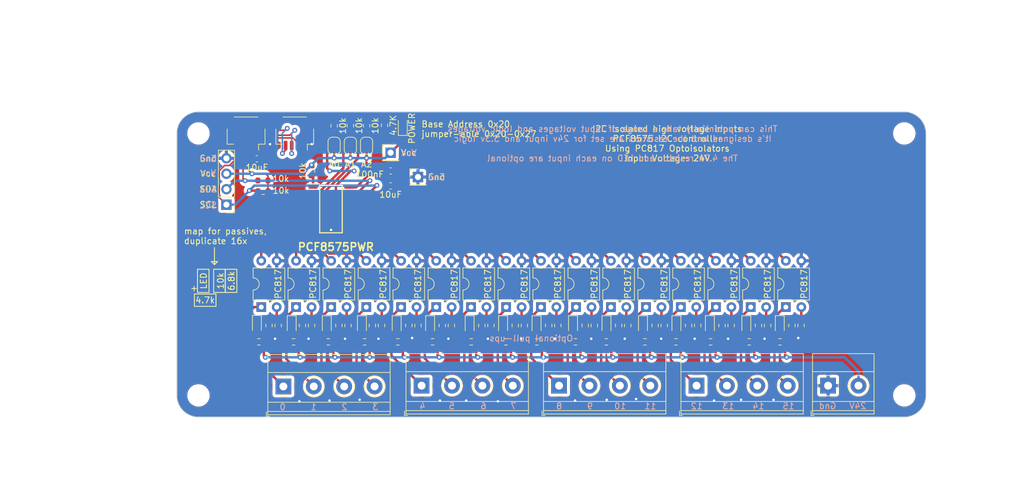
<source format=kicad_pcb>
(kicad_pcb (version 20221018) (generator pcbnew)
  (layers (0 "F.Cu" signal) (31 "B.Cu" signal) (34 "B.Paste" user) (35 "F.Paste" user) (36 "B.SilkS" user "B.Silkscreen") (37 "F.SilkS" user "F.Silkscreen") (38 "B.Mask" user) (39 "F.Mask" user) (44 "Edge.Cuts" user))
  (net 0 "")
  (net 1 "Net-(D1-K)")
  (net 2 "GND")
  (net 3 "Net-(D2-K)")
  (net 4 "/Single Channel opto-isolator circuit/Input")
  (net 5 "Net-(D3-K)")
  (net 6 "/Single Channel opto-isolator circuit1/Input")
  (net 7 "Net-(D4-K)")
  (net 8 "/Single Channel opto-isolator circuit2/Input")
  (net 9 "Net-(D5-K)")
  (net 10 "/Single Channel opto-isolator circuit3/Input")
  (net 11 "Net-(D6-K)")
  (net 12 "/Single Channel opto-isolator circuit4/Input")
  (net 13 "Net-(D7-K)")
  (net 14 "/Single Channel opto-isolator circuit5/Input")
  (net 15 "Net-(D8-K)")
  (net 16 "/Single Channel opto-isolator circuit6/Input")
  (net 17 "Net-(D9-K)")
  (net 18 "VCC")
  (net 19 "/Single Channel opto-isolator circuit7/Input")
  (net 20 "/scl")
  (net 21 "/sda")
  (net 22 "Net-(D10-K)")
  (net 23 "/Single Channel opto-isolator circuit12/Input")
  (net 24 "Net-(D11-K)")
  (net 25 "/Single Channel opto-isolator circuit8/Input")
  (net 26 "Net-(D12-K)")
  (net 27 "/Single Channel opto-isolator circuit9/Input")
  (net 28 "Net-(D13-K)")
  (net 29 "/Single Channel opto-isolator circuit10/Input")
  (net 30 "Net-(D14-K)")
  (net 31 "/Single Channel opto-isolator circuit11/Input")
  (net 32 "Net-(D15-K)")
  (net 33 "/Single Channel opto-isolator circuit13/Input")
  (net 34 "Net-(D16-K)")
  (net 35 "/Single Channel opto-isolator circuit14/Input")
  (net 36 "Net-(D17-K)")
  (net 37 "/Single Channel opto-isolator circuit15/Input")
  (net 38 "Net-(IC1-~{INT})")
  (net 39 "A1")
  (net 40 "A2")
  (net 41 "input0")
  (net 42 "input1")
  (net 43 "input2")
  (net 44 "Net-(R9-Pad1)")
  (net 45 "input3")
  (net 46 "input4")
  (net 47 "input5")
  (net 48 "Net-(R11-Pad1)")
  (net 49 "input6")
  (net 50 "input7")
  (net 51 "input8")
  (net 52 "Net-(R13-Pad1)")
  (net 53 "input9")
  (net 54 "input10")
  (net 55 "input11")
  (net 56 "Net-(R15-Pad1)")
  (net 57 "input12")
  (net 58 "input13")
  (net 59 "input14")
  (net 60 "Net-(R39-Pad1)")
  (net 61 "input15")
  (net 62 "A0")
  (net 63 "Net-(R17-Pad1)")
  (net 64 "Net-(R19-Pad1)")
  (net 65 "Net-(R21-Pad1)")
  (net 66 "Net-(R23-Pad1)")
  (net 67 "Net-(R25-Pad1)")
  (net 68 "Net-(R27-Pad1)")
  (net 69 "Net-(R29-Pad1)")
  (net 70 "Net-(R31-Pad1)")
  (net 71 "Net-(R33-Pad1)")
  (net 72 "Net-(R35-Pad1)")
  (net 73 "Net-(R37-Pad1)")
  (net 74 "+24V")
  (footprint "Resistor_SMD:R_0603_1608Metric" (layer "F.Cu") (at 119 115.42 -90)
    (fp_text reference "R15" hide)
    (fp_text value "6.8k" hide)
  )
  (footprint "Resistor_SMD:R_0603_1608Metric" (layer "F.Cu") (at 159.5 115.42 -90)
    (fp_text reference "R29" hide)
    (fp_text value "6.8k" hide)
  )
  (footprint "TerminalBlock_Phoenix:TerminalBlock_Phoenix_MKDS-1,5-4_1x04_P5.00mm_Horizontal" (layer "F.Cu") (at 153.703 125.313)
    (fp_text reference "J3" hide)
    (fp_text value "Conn_01x04" hide)
  )
  (footprint "Resistor_SMD:R_0603_1608Metric" (layer "F.Cu") (at 127.19 118.11 180)
    (fp_text reference "R40" hide)
    (fp_text value "4.7k" hide)
  )
  (footprint "Package_DIP:DIP-4_W7.62mm" (layer "F.Cu") (at 162.225 112.395 90)
    (fp_text reference "U12" hide)
    (fp_text value "PC817")
  )
  (footprint "LED_SMD:LED_0603_1608Metric_Pad1.05x0.95mm_HandSolder" (layer "F.Cu") (at 121.275 115.47 -90)
    (fp_text reference "D6" hide)
    (fp_text value "LED" hide)
  )
  (footprint "Resistor_SMD:R_0603_1608Metric" (layer "F.Cu") (at 106 115.42 -90)
    (fp_text reference "R10" hide)
    (fp_text value "10k")
  )
  (footprint "Resistor_SMD:R_0603_1608Metric" (layer "F.Cu") (at 107.5 115.42 -90)
    (fp_text reference "R11" hide)
    (fp_text value "6.8k")
  )
  (footprint "Resistor_SMD:R_0603_1608Metric" (layer "F.Cu") (at 130.5 115.42 -90)
    (fp_text reference "R9" hide)
    (fp_text value "6.8k" hide)
  )
  (footprint "Resistor_SMD:R_0603_1608Metric" (layer "F.Cu") (at 153.5 115.42 -90)
    (fp_text reference "R27" hide)
    (fp_text value "6.8k" hide)
  )
  (footprint "Resistor_SMD:R_0603_1608Metric" (layer "F.Cu") (at 178.625 118.11 180)
    (fp_text reference "R53" hide)
    (fp_text value "4.7k" hide)
  )
  (footprint "Resistor_SMD:R_0603_1608Metric" (layer "F.Cu") (at 142.5 115.42 -90)
    (fp_text reference "R21" hide)
    (fp_text value "6.8k" hide)
  )
  (footprint "Resistor_SMD:R_0603_1608Metric" (layer "F.Cu") (at 125 82.5 90)
    (fp_text reference "R1" hide)
    (fp_text value "4.7K")
  )
  (footprint "Package_DIP:DIP-4_W7.62mm" (layer "F.Cu") (at 133.5 112.395 90)
    (fp_text reference "U6" hide)
    (fp_text value "PC817")
  )
  (footprint "Resistor_SMD:R_0603_1608Metric" (layer "F.Cu") (at 141 115.42 -90)
    (fp_text reference "R20" hide)
    (fp_text value "10k" hide)
  )
  (footprint "Resistor_SMD:R_0603_1608Metric" (layer "F.Cu") (at 163.5 115.42 -90)
    (fp_text reference "R30" hide)
    (fp_text value "10k" hide)
  )
  (footprint "Capacitor_SMD:C_0603_1608Metric" (layer "F.Cu") (at 104 88)
    (fp_text reference "C3" hide)
    (fp_text value "10uF")
  )
  (footprint "Resistor_SMD:R_0603_1608Metric" (layer "F.Cu") (at 111.5 115.42 -90)
    (fp_text reference "R12" hide)
    (fp_text value "10k" hide)
  )
  (footprint "Resistor_SMD:R_0603_1608Metric" (layer "F.Cu") (at 116.713 82.58 90)
    (fp_text reference "R2" hide)
    (fp_text value "10k")
  )
  (footprint "Resistor_SMD:R_0603_1608Metric" (layer "F.Cu") (at 167.83 118.11 180)
    (fp_text reference "R52" hide)
    (fp_text value "4.7k" hide)
  )
  (footprint "Resistor_SMD:R_0603_1608Metric" (layer "F.Cu") (at 104.33 118.11 180)
    (fp_text reference "R41" hide)
    (fp_text value "4.7k")
  )
  (footprint "Resistor_SMD:R_0603_1608Metric" (layer "F.Cu") (at 193.5 115.42 -90)
    (fp_text reference "R39" hide)
    (fp_text value "6.8k" hide)
  )
  (footprint "Resistor_SMD:R_0603_1608Metric" (layer "F.Cu") (at 144.97 118.11 180)
    (fp_text reference "R47" hide)
    (fp_text value "4.7k" hide)
  )
  (footprint "Resistor_SMD:R_0603_1608Metric" (layer "F.Cu") (at 158 115.42 -90)
    (fp_text reference "R28" hide)
    (fp_text value "10k" hide)
  )
  (footprint "Jumper:SolderJumper-2_P1.3mm_Open_RoundedPad1.0x1.5mm" (layer "F.Cu") (at 122.047 85.852 90)
    (fp_text reference "JP3" hide)
    (fp_text value "Jumper_2_Open" hide)
  )
  (footprint "Resistor_SMD:R_0603_1608Metric" (layer "F.Cu") (at 192 115.42 -90)
    (fp_text reference "R38" hide)
    (fp_text value "10k" hide)
  )
  (footprint "Package_DIP:DIP-4_W7.62mm" (layer "F.Cu") (at 191 112.395 90)
    (fp_text reference "U16" hide)
    (fp_text value "PC817")
  )
  (footprint "Resistor_SMD:R_0603_1608Metric" (layer "F.Cu") (at 105 91.567 180)
    (fp_text reference "R7" hide)
    (fp_text value "10k")
  )
  (footprint "LED_SMD:LED_0603_1608Metric_Pad1.05x0.95mm_HandSolder" (layer "F.Cu") (at 184.5 115.47 -90)
    (fp_text reference "D16" hide)
    (fp_text value "LED" hide)
  )
  (footprint "Package_DIP:DIP-4_W7.62mm" (layer "F.Cu") (at 156.5 112.395 90)
    (fp_text reference "U11" hide)
    (fp_text value "PC817")
  )
  (footprint "Resistor_SMD:R_0603_1608Metric" (layer "F.Cu") (at 169.5 115.42 -90)
    (fp_text reference "R32" hide)
    (fp_text value "10k" hide)
  )
  (footprint "TerminalBlock_Phoenix:TerminalBlock_Phoenix_MKDS-1,5-2_1x02_P5.00mm_Horizontal" (layer "F.Cu") (at 197.946 125.313)
    (fp_text reference "J10" hide)
    (fp_text value "power in")
  )
  (footprint "TerminalBlock_Phoenix:TerminalBlock_Phoenix_MKDS-1,5-4_1x04_P5.00mm_Horizontal" (layer "F.Cu") (at 108.364 125.44)
    (fp_text reference "J1" hide)
    (fp_text value "Conn_01x04" hide)
  )
  (footprint "Jumper:SolderJumper-2_P1.3mm_Open_RoundedPad1.0x1.5mm" (layer "F.Cu") (at 116.713 85.852 90)
    (fp_text reference "JP1" hide)
    (fp_text value "Jumper_2_Open" hide)
  )
  (footprint "Resistor_SMD:R_0603_1608Metric" (layer "F.Cu") (at 113 115.42 -90)
    (fp_text reference "R13" hide)
    (fp_text value "6.8k" hide)
  )
  (footprint "Package_DIP:DIP-4_W7.62mm" (layer "F.Cu") (at 110.46 112.395 90)
    (fp_text reference "U3" hide)
    (fp_text value "PC817")
  )
  (footprint "LED_SMD:LED_0603_1608Metric_Pad1.05x0.95mm_HandSolder" (layer "F.Cu") (at 132.5 115.47 -90)
    (fp_text reference "D7" hide)
    (fp_text value "LED" hide)
  )
  (footprint "LED_SMD:LED_0603_1608Metric_Pad1.05x0.95mm_HandSolder" (layer "F.Cu") (at 167.5 115.47 -90)
    (fp_text reference "D14" hide)
    (fp_text value "LED" hide)
  )
  (footprint "Resistor_SMD:R_0603_1608Metric" (layer "F.Cu") (at 186.5 115.42 -90)
    (fp_text reference "R36" hide)
    (fp_text value "10k" hide)
  )
  (footprint "Package_DIP:DIP-4_W7.62mm" (layer "F.Cu") (at 168 112.395 90)
    (fp_text reference "U13" hide)
    (fp_text value "PC817")
  )
  (footprint "MountingHole:MountingHole_3.2mm_M3" (layer "F.Cu") (at 94.4 83.834)
    (fp_text reference "REF**" hide)
    (fp_text value "MountingHole_3.2mm_M3" hide)
  )
  (footprint "Resistor_SMD:R_0603_1608Metric" (layer "F.Cu") (at 150.05 118.11 180)
    (fp_text reference "R49" hide)
    (fp_text value "4.7k" hide)
  )
  (footprint "LED_SMD:LED_0603_1608Metric_Pad1.05x0.95mm_HandSolder" (layer "F.Cu") (at 127 115.47 -90)
    (fp_text reference "D2" hide)
    (fp_text value "LED" hide)
  )
  (footprint "LED_SMD:LED_0603_1608Metric_Pad1.05x0.95mm_HandSolder" (layer "F.Cu") (at 156 115.47 -90)
    (fp_text reference "D12" hide)
    (fp_text value "LED" hide)
  )
  (footprint "TerminalBlock_Phoenix:TerminalBlock_Phoenix_MKDS-1,5-4_1x04_P5.00mm_Horizontal" (layer "F.Cu") (at 131.097 125.313)
    (fp_text reference "J2" hide)
    (fp_text value "Conn_01x04" hide)
  )
  (footprint "Capacitor_SMD:C_0603_1608Metric" (layer "F.Cu") (at 126 90)
    (fp_text reference "C2" hide)
    (fp_text value "100nF")
  )
  (footprint "Connector_JST:JST_SH_SM04B-SRSS-TB_1x04-1MP_P1.00mm_Horizontal" (layer "F.Cu") (at 110.236 83.82 180)
    (fp_text reference "J7" hide)
    (fp_text value "qwiic 1" hide)
  )
  (footprint "Jumper:SolderJumper-2_P1.3mm_Open_RoundedPad1.0x1.5mm" (layer "F.Cu") (at 119.38 85.852 90)
    (fp_text reference "JP2" hide)
    (fp_text value "Jumper_2_Open" hide)
  )
  (footprint "Capacitor_SMD:C_0603_1608Metric" (layer "F.Cu") (at 126 92.456)
    (fp_text reference "C1" hide)
    (fp_text value "10uF")
  )
  (footprint "LED_SMD:LED_0603_1608Metric_Pad1.05x0.95mm_HandSolder" (layer "F.Cu") (at 139 115.47 -90)
    (fp_text reference "D8" hide)
    (fp_text value "LED" hide)
  )
  (footprint "LED_SMD:LED_0603_1608Metric_Pad1.05x0.95mm_HandSolder" (layer "F.Cu") (at 104 115.42 -90)
    (fp_text reference "D3" hide)
    (fp_text value "LED")
  )
  (footprint "Resistor_SMD:R_0603_1608Metric" (layer "F.Cu") (at 123 115.42 -90)
    (fp_text reference "R16" hide)
    (fp_text value "10k" hide)
  )
  (footprint "Resistor_SMD:R_0603_1608Metric" (layer "F.Cu") (at 152 115.42 -90)
    (fp_text reference "R26" hide)
    (fp_text value "10k" hide)
  )
  (footprint "Connector_PinHeader_2.54mm:PinHeader_1x04_P2.54mm_Vertical" (layer "F.Cu") (at 99 95.544 180)
    (fp_text reference "J9" hide)
    (fp_text value "i2c test points" hide)
  )
  (footprint "Package_DIP:DIP-4_W7.62mm" (layer "F.Cu") (at 150.725 112.395 90)
    (fp_text reference "U10" hide)
    (fp_text value "PC817")
  )
  (footprint "Resistor_SMD:R_0603_1608Metric" (layer "F.Cu") (at 113 90 -90)
    (fp_text reference "R5" hide)
    (fp_text value "10k")
  )
  (footprint "Resistor_SMD:R_0603_1608Metric" (layer "F.Cu") (at 132.905 118.11 180)
    (fp_text reference "R45" hide)
    (fp_text value "4.7k" hide)
  )
  (footprint "Resistor_SMD:R_0603_1608Metric" (layer "F.Cu") (at 129 115.42 -90)
    (fp_text reference "R8" hide)
    (fp_text value "10k" hide)
  )
  (footprint "Resistor_SMD:R_0603_1608Metric" (layer "F.Cu") (at 121.73 118.11 180)
    (fp_text reference "R44" hide)
    (fp_text value "4.7k" hide)
  )
  (footprint "Resistor_SMD:R_0603_1608Metric" (layer "F.Cu") (at 188 115.42 -90)
    (fp_text reference "R37" hide)
    (fp_text value "6.8k" hide)
  )
  (footprint "LED_SMD:LED_0603_1608Metric_Pad1.05x0.95mm_HandSolder" (layer "F.Cu") (at 173 115.47 -90)
    (fp_text reference "D10" hide)
    (fp_text value "LED" hide)
  )
  (footprint "Resistor_SMD:R_0603_1608Metric" (layer "F.Cu") (at 146.5 115.42 -90)
    (fp_text reference "R22" hide)
    (fp_text value "10k" hide)
  )
  (footprint "Package_DIP:DIP-4_W7.62mm" (layer "F.Cu") (at 139.225 112.395 90)
    (fp_text reference "U7" hide)
    (fp_text value "PC817")
  )
  (footprint "TerminalBlock_Phoenix:TerminalBlock_Phoenix_MKDS-1,5-4_1x04_P5.00mm_Horizontal" (layer "F.Cu") (at 176.309 125.313)
    (fp_text reference "J4" hide)
    (fp_text value "Conn_01x04" hide)
  )
  (footprint "Resistor_SMD:R_0603_1608Metric" (layer "F.Cu") (at 176.5 115.42 -90)
    (fp_text reference "R25" hide)
    (fp_text value "6.8k" hide)
  )
  (footprint "Connector_PinHeader_2.54mm:PinHeader_1x01_P2.54mm_Vertical" (layer "F.Cu") (at 130.5 91)
    (fp_text reference "J6" hide)
    (fp_text value "Conn_01x01" hide)
  )
  (footprint "MountingHole:MountingHole_3.2mm_M3" (layer "F.Cu") (at 210.479 83.834)
    (fp_text reference "REF**" hide)
    (fp_text value "MountingHole_3.2mm_M3" hide)
  )
  (footprint "Resistor_SMD:R_0603_1608Metric" (layer "F.Cu") (at 172.91 118.11 180)
    (fp_text reference "R48" hide)
    (fp_text value "4.7k" hide)
  )
  (footprint "Resistor_SMD:R_0603_1608Metric" (layer "F.Cu") (at 136 115.42 -90)
    (fp_text reference "R19" hide)
    (fp_text value "6.8k" hide)
  )
  (footprint "Resistor_SMD:R_0603_1608Metric" (layer "F.Cu") (at 180.5 115.42 -90)
    (fp_text reference "R34" hide)
    (fp_text value "10k" hide)
  )
  (footprint "Package_DIP:DIP-4_W7.62mm" (layer "F.Cu") (at 127.725 112.395 90)
    (fp_text reference "U1" hide)
    (fp_text value "PC817")
  )
  (footprint "Resistor_SMD:R_0603_1608Metric" (layer "F.Cu") (at 148 115.42 -90)
    (fp_text reference "R23" hide)
    (fp_text value "6.8k" hide)
  )
  (footprint "Resistor_SMD:R_0603_1608Metric" (layer "F.Cu") (at 117.5 115.42 -90)
    (fp_text reference "R14" hide)
    (fp_text value "10k" hide)
  )
  (footprint "Package_DIP:DIP-4_W7.62mm" (layer "F.Cu") (at 179.5 112.395 90)
    (fp_text reference "U14" hide)
    (fp_text value "PC817")
  )
  (footprint "Resistor_SMD:R_0603_1608Metric" (layer "F.Cu") (at 190.055 118.11 180)
    (fp_text reference "R55" hide)
    (fp_text value "4.7k" hide)
  )
  (footprint "Connector_JST:JST_SH_SM04B-SRSS-TB_1x04-1MP_P1.00mm_Horizontal" (layer "F.Cu") (at 102.235 83.82 180)
    (fp_text reference "J8" hide)
    (fp_text value "qwiic 2" hide)
  )
  (footprint "Resistor_SMD:R_0603_1608Metric" (layer "F.Cu") (at 161.48 118.11 180)
    (fp_text reference "R51" hide)
    (fp_text value "4.7k" hide)
  )
  (footprint "Package_DIP:DIP-4_W7.62mm" (layer "F.Cu") (at 116.225 112.395 90)
    (fp_text reference "U4" hide)
    (fp_text value "PC817")
  )
  (footprint "Connector_PinHeader_2.54mm:PinHeader_1x01_P2.54mm_Vertical" (layer "F.Cu") (at 126 87)
    (fp_text reference "J5" hide)
    (fp_text value "Conn_01x01" hide)
  )
  (footprint "Package_DIP:DIP-4_W7.62mm" (layer "F.Cu") (at 122 112.395 90)
    (fp_text reference "U5" hide)
    (fp_text value "PC817")
  )
  (footprint "MountingHole:MountingHole_3.2mm_M3" (layer "F.Cu") (at 210.479 126.913)
    (fp_text reference "REF**" hide)
    (fp_text value "MountingHole_3.2mm_M3" hide)
  )
  (footprint "LED_SMD:LED_0603_1608Metric_Pad1.05x0.95mm_HandSolder" (layer "F.Cu") (at 161.5 115.47 -90)
    (fp_text reference "D13" hide)
    (fp_text value "LED" hide)
  )
  (footprint "Resistor_SMD:R_0603_1608Metric" (layer "F.Cu") (at 122.047 82.565 90)
    (fp_text reference "R4" hide)
    (fp_text value "10k")
  )
  (footprint "Resistor_SMD:R_0603_1608Metric" (layer "F.Cu") (at 115.76 118.11 180)
    (fp_text reference "R43" hide)
    (fp_text value "4.7k" hide)
  )
  (footprint "LED_SMD:LED_0603_1608Metric_Pad1.05x0.95mm_HandSolder" (layer "F.Cu") (at 128 82.5 90)
    (fp_text reference "D1" hide)
    (fp_text value "POWER")
  )
  (footprint "Resistor_SMD:R_0603_1608Metric" (layer "F.Cu") (at 184.975 118.11 180)
    (fp_text reference "R54" hide)
    (fp_text value "4.7k" hide)
  )
  (footprint "Resistor_SMD:R_0603_1608Metric" (layer "F.Cu") (at 134.5 115.42 -90)
    (fp_text reference "R18" hide)
    (fp_text value "10k" hide)
  )
  (footprint "Package_DIP:DIP-4_W7.62mm" (layer "F.Cu") (at 173.725 112.395 90)
    (fp_text reference "U9" hide)
    (fp_text value "PC817")
  )
  (footprint "Resistor_SMD:R_0603_1608Metric" (layer "F.Cu") (at 105.029 93.345 180)
    (fp_text reference "R6" hide)
    (fp_text value "10k")
  )
  (footprint "Resistor_SMD:R_0603_1608Metric" (layer "F.Cu") (at 165 115.42 -90)
    (fp_text reference "R31" hide)
    (fp_text value "6.8k" hide)
  )
  (footprint "Resistor_SMD:R_0603_1608Metric" (layer "F.Cu") (at 156.4 118.11 180)
    (fp_text reference "R50" hide)
    (fp_text value "4.7k" hide)
  )
  (footprint "Resistor_SMD:R_0603_1608Metric" (layer "F.Cu") (at 139.255 118.11 180)
    (fp_text reference "R46" hide)
    (fp_text value "4.7k" hide)
  )
  (footprint "Resistor_SMD:R_0603_1608Metric" (layer "F.Cu") (at 175 115.42 -90)
    (fp_text reference "R24" hide)
    (fp_text value "10k" hide)
  )
  (footprint "LED_SMD:LED_0603_1608Metric_Pad1.05x0.95mm_HandSolder" (layer "F.Cu") (at 150 115.47 -90)
    (fp_text reference "D11" hide)
    (fp_text value "LED" hide)
  )
  (footprint "Resistor_SMD:R_0603_1608Metric" (layer "F.Cu") (at 171 115.42 -90)
    (fp_text reference "R33" hide)
    (fp_text value "6.8k" hide)
  )
  (footprint "Package_DIP:DIP-4_W7.62mm" (layer "F.Cu") (at 145 112.395 90)
    (fp_text reference "U8" hide)
    (fp_text value "PC817")
  )
  (footprint "LED_SMD:LED_0603_1608Metric_Pad1.05x0.95mm_HandSolder" (layer "F.Cu") (at 178.5 115.47 -90)
    (fp_text reference "D15" hide)
    (fp_text value "LED" hide)
  )
  (footprint "Package_DIP:DIP-4_W7.62mm" (layer "F.Cu") (at 185.225 112.395 90)
    (fp_text reference "U15" hide)
    (fp_text value "PC817")
  )
  (footprint "Resistor_SMD:R_0603_1608Metric" (layer "F.Cu") (at 182 115.42 -90)
    (fp_text reference "R35" hide)
    (fp_text value "6.8k" hide)
  )
  (footprint "LED_SMD:LED_0603_1608Metric_Pad1.05x0.95mm_HandSolder" (layer "F.Cu") (at 144.5 115.47 -90)
    (fp_text reference "D9" hide)
    (fp_text value "LED" hide)
  )
  (footprint "Resistor_SMD:R_0603_1608Metric" (layer "F.Cu") (at 124.5 115.42 -90)
    (fp_text reference "R17" hide)
    (fp_text value "6.8k" hide)
  )
  (footprint "Resistor_SMD:R_0603_1608Metric" (layer "F.Cu") (at 110.045 118.11 180)
    (fp_text reference "R42" hide)
    (fp_text value "4.7k" hide)
  )
  (footprint "Evan's parts:SOP65P640X120-24N" (layer "F.Cu") (at 116.192 96.275)
    (fp_text reference "IC1" hide)
    (fp_text value "PCF8575PWR")
  )
  (footprint "LED_SMD:LED_0603_1608Metric_Pad1.05x0.95mm_HandSolder" (layer "F.Cu") (at 109.735 115.47 -90)
    (fp_text reference "D4" hide)
    (fp_text value "LED" hide)
  )
  (footprint "MountingHole:MountingHole_3.2mm_M3" (layer "F.Cu") (at 94.4 126.913)
    (fp_text reference "REF**" hide)
    (fp_text value "MountingHole_3.2mm_M3" hide)
  )
  (footprint "LED_SMD:LED_0603_1608Metric_Pad1.05x0.95mm_HandSolder" (layer "F.Cu") (at 190 115.47 -90)
    (fp_text reference "D17" hide)
    (fp_text value "LED" hide)
  )
  (footprint "Package_DIP:DIP-4_W7.62mm" (layer "F.Cu") (at 104.725 112.395 90)
    (fp_text reference "U2" hide)
    (fp_text value "PC817")
  )
  (footprint "LED_SMD:LED_0603_1608Metric_Pad1.05x0.95mm_HandSolder" (layer "F.Cu") (at 115.5 115.47 -90)
    (fp_text reference "D5" hide)
    (fp_text value "LED" hide)
  )
  (footprint "Resistor_SMD:R_0603_1608Metric" (layer "F.Cu") (at 119.38 82.565 90)
    (fp_text reference "R3" hide)
    (fp_text value "10k")
  )
  (gr_line (start 96.52 104.902) (end 97.536 104.902) (stroke (width 0.15)) (layer "F.SilkS"))
  (gr_line (start 97.028 105.41) (end 96.52 104.902) (stroke (width 0.15)) (layer "F.SilkS"))
  (gr_line (start 97.536 104.902) (end 97.028 105.41) (stroke (width 0.15)) (layer "F.SilkS"))
  (gr_rect (start 98.806 106.172) (end 100.711 109.982) (stroke (width 0.15)) (fill none) (layer "F.SilkS"))
  (gr_rect (start 96.901 106.172) (end 98.806 109.982) (stroke (width 0.15)) (fill none) (layer "F.SilkS"))
  (gr_line (start 97.028 102.616) (end 97.028 105.41) (stroke (width 0.15)) (layer "F.SilkS"))
  (gr_rect (start 93.726 110.236) (end 97.282 112.268) (stroke (width 0.15)) (fill none) (layer "F.SilkS"))
  (gr_rect (start 94.234 106.172) (end 96.139 109.982) (stroke (width 0.15)) (fill none) (layer "F.SilkS"))
  (gr_arc (start 94.4 130.469) (mid 91.885528 129.427472) (end 90.844 126.913) (stroke (width 0.1)) (layer "Edge.Cuts"))
  (gr_line (start 90.844 83.834) (end 90.844 126.913) (stroke (width 0.1)) (layer "Edge.Cuts"))
  (gr_line (start 94.4 80.278) (end 210.479 80.278) (stroke (width 0.1)) (layer "Edge.Cuts"))
  (gr_line (start 210.479 130.471267) (end 94.4 130.469) (stroke (width 0.1)) (layer "Edge.Cuts"))
  (gr_arc (start 214.035 126.786) (mid 213.039582 129.383766) (end 210.479 130.471267) (stroke (width 0.1)) (layer "Edge.Cuts"))
  (gr_arc (start 90.844 83.834) (mid 91.885528 81.319528) (end 94.4 80.278) (stroke (width 0.1)) (layer "Edge.Cuts"))
  (gr_arc (start 210.479 80.278) (mid 212.993472 81.319528) (end 214.035 83.834) (stroke (width 0.1)) (layer "Edge.Cuts"))
  (gr_line (start 214.035 83.834) (end 214.035 126.786) (stroke (width 0.1)) (layer "Edge.Cuts"))
  (gr_text "11" (at 168.696 128.691) (layer "B.SilkS") (effects (font (size 1 1)) (justify mirror)))
  (gr_text "1" (at 113.324 128.818) (layer "B.SilkS") (effects (font (size 1 1)) (justify mirror)))
  (gr_text "24V" (at 202.819 128.651) (layer "B.SilkS") (effects (font (size 1 1)) (justify mirror)))
  (gr_text "13" (at 181.523 128.691) (layer "B.SilkS") (effects (font (size 1 1)) (justify mirror)))
  (gr_text "Vcc" (at 129 87) (layer "B.SilkS") (effects (font (size 1 1)) (justify mirror)))
  (gr_text "This can potentially take a range of input voltages and logic voltages\nIt's designed and the resistors are set for 24v input and 3.3v logic\n\nThe 4.7k resistor and LED on each input are optional" (at 162.5 85.5) (layer "B.SilkS") (effects (font (size 1 1)) (justify mirror)))
  (gr_text "0" (at 108.244 128.818) (layer "B.SilkS") (effects (font (size 1 1)) (justify mirror)))
  (gr_text "6" (at 141.264 128.691) (layer "B.SilkS") (effects (font (size 1 1)) (justify mirror)))
  (gr_text "Gnd" (at 96 88) (layer "B.SilkS") (effects (font (size 1 1)) (justify mirror)))
  (gr_text "SCL" (at 96 95.671) (layer "B.SilkS") (effects (font (size 1 1)) (justify mirror)))
  (gr_text "Gnd" (at 133.548 91) (layer "B.SilkS") (effects (font (size 1 1)) (justify mirror)))
  (gr_text "14" (at 186.476 128.691) (layer "B.SilkS") (effects (font (size 1 1)) (justify mirror)))
  (gr_text "9" (at 158.79 128.691) (layer "B.SilkS") (effects (font (size 1 1)) (justify mirror)))
  (gr_text "12" (at 176.316 128.691) (layer "B.SilkS") (effects (font (size 1 1)) (justify mirror)))
  (gr_text "10" (at 163.743 128.691) (layer "B.SilkS") (effects (font (size 1 1)) (justify mirror)))
  (gr_text "5" (at 136.057 128.691) (layer "B.SilkS") (effects (font (size 1 1)) (justify mirror)))
  (gr_text "8" (at 153.71 128.691) (layer "B.SilkS") (effects (font (size 1 1)) (justify mirror)))
  (gr_text "2" (at 118.404 128.818) (layer "B.SilkS") (effects (font (size 1 1)) (justify mirror)))
  (gr_text "7" (at 146.217 128.691) (layer "B.SilkS") (effects (font (size 1 1)) (justify mirror)))
  (gr_text "3" (at 123.484 128.818) (layer "B.SilkS") (effects (font (size 1 1)) (justify mirror)))
  (gr_text "15" (at 191.429 128.691) (layer "B.SilkS") (effects (font (size 1 1)) (justify mirror)))
  (gr_text "Vcc" (at 96 90.337) (layer "B.SilkS") (effects (font (size 1 1)) (justify mirror)))
  (gr_text "Optional pull-ups" (at 156.083 118.11) (layer "B.SilkS") (effects (font (size 1 1)) (justify left bottom mirror)))
  (gr_text "4" (at 131.231 128.691) (layer "B.SilkS") (effects (font (size 1 1)) (justify mirror)))
  (gr_text "Gnd" (at 197.866 128.651) (layer "B.SilkS") (effects (font (size 1 1)) (justify mirror)))
  (gr_text "SDA" (at 96 93) (layer "B.SilkS") (effects (font (size 1 1)) (justify mirror)))
  (gr_text "Base Address 0x20\njumper-able 0x20-0x27" (at 131 84.5) (layer "F.SilkS") (effects (font (size 1 1)) (justify left bottom)))
  (gr_text "I2C Isolated high voltage inputs\nPCF8575 I2C controller\nUsing PC817 Optoisolators\nInput Voltage: 24V\n" (at 171.5 85.5) (layer "F.SilkS") (effects (font (size 1 1))))
  (gr_text "Gnd" (at 133.548 91) (layer "F.SilkS") (effects (font (size 1 1))))
  (gr_text "A2" (at 122.047 88.9) (layer "F.SilkS") (effects (font (size 1 1))))
  (gr_text "Vcc" (at 129 87) (layer "F.SilkS") (effects (font (size 1 1))))
  (gr_text "map for passives, \nduplicate 16x" (at 91.948 102.108) (layer "F.SilkS") (effects (font (size 1 1)) (justify left bottom)))
  (gr_text "SCL" (at 96 95.544) (layer "F.SilkS") (effects (font (size 1 1))))
  (gr_text "A1" (at 119.38 88.9) (layer "F.SilkS") (effects (font (size 1 1))))
  (gr_text "+" (at 92.964 109.855) (layer "F.SilkS") (effects (font (size 1 1)) (justify left bottom)))
  (gr_text "SDA" (at 96 93) (layer "F.SilkS") (effects (font (size 1 1))))
  (gr_text "Vcc" (at 96 90.434) (layer "F.SilkS") (effects (font (size 1 1))))
  (gr_text "Gnd" (at 96 87.934) (layer "F.SilkS") (effects (font (size 1 1))))
  (gr_text "A0" (at 116.713 88.9) (layer "F.SilkS") (effects (font (size 1 1))))
  (segment (start 125 83.325) (end 127.95 83.325) (width 0.4) (layer "F.Cu") (net 1))
  (segment (start 127.95 83.325) (end 128 83.375) (width 0.4) (layer "F.Cu") (net 1))
  (segment (start 152 116.245) (end 153.5 116.245) (width 0.4) (layer "F.Cu") (net 2))
  (segment (start 107.436 81.945) (end 108.555 81.945) (width 0.4) (layer "F.Cu") (net 2))
  (segment (start 148 117.095) (end 147.5 117.595) (width 0.4) (layer "F.Cu") (net 2))
  (segment (start 99.435 85.731) (end 99 86.166) (width 0.4) (layer "F.Cu") (net 2))
  (segment (start 107.5 116.245) (end 107.5 117.095) (width 0.4) (layer "F.Cu") (net 2))
  (segment (start 113.254 99.85) (end 116.05 99.85) (width 0.4) (layer "F.Cu") (net 2))
  (segment (start 124.5 117.095) (end 124 117.595) (width 0.4) (layer "F.Cu") (net 2))
  (segment (start 130.5 116.245) (end 130.5 116.515) (width 0.4) (layer "F.Cu") (net 2))
  (segment (start 99.435 81.945) (end 99.435 85.731) (width 0.4) (layer "F.Cu") (net 2))
  (segment (start 153.5 117.095) (end 153 117.595) (width 0.4) (layer "F.Cu") (net 2))
  (segment (start 124.5 116.245) (end 124.5 117.095) (width 0.4) (layer "F.Cu") (net 2))
  (segment (start 193.5 116.245) (end 193.5 117.015) (width 0.4) (layer "F.Cu") (net 2))
  (segment (start 186.5 116.245) (end 188 116.245) (width 0.4) (layer "F.Cu") (net 2))
  (segment (start 108.555 81.945) (end 109 81.5) (width 0.4) (layer "F.Cu") (net 2))
  (segment (start 182 117.095) (end 181.5 117.595) (width 0.4) (layer "F.Cu") (net 2))
  (segment (start 142.5 117.095) (end 142 117.595) (width 0.4) (layer "F.Cu") (net 2))
  (segment (start 111.5 116.245) (end 113 116.245) (width 0.4) (layer "F.Cu") (net 2))
  (segment (start 163.5 116.245) (end 165 116.245) (width 0.4) (layer "F.Cu") (net 2))
  (segment (start 107.436 81.945) (end 105.035 81.945) (width 0.4) (layer "F.Cu") (net 2))
  (segment (start 182 116.245) (end 182 117.095) (width 0.4) (layer "F.Cu") (net 2))
  (segment (start 113 117.095) (end 112.5 117.595) (width 0.4) (layer "F.Cu") (net 2))
  (segment (start 176.5 116.245) (end 176.5 117.095) (width 0.4) (layer "F.Cu") (net 2))
  (segment (start 188 116.245) (end 188 117.095) (width 0.4) (layer "F.Cu") (net 2))
  (segment (start 159.5 117.095) (end 159 117.595) (width 0.4) (layer "F.Cu") (net 2))
  (segment (start 119 117.095) (end 118.5 117.595) (width 0.4) (layer "F.Cu") (net 2))
  (segment (start 106 116.245) (end 107.5 116.245) (width 0.4) (layer "F.Cu") (net 2))
  (segment (start 148 116.245) (end 148 117.095) (width 0.4) (layer "F.Cu") (net 2))
  (segment (start 188 117.095) (end 187.5 117.595) (width 0.4) (layer "F.Cu") (net 2))
  (segment (start 117.5 116.245) (end 119 116.245) (width 0.4) (layer "F.Cu") (net 2))
  (segment (start 171 117.095) (end 170.5 117.595) (width 0.4) (layer "F.Cu") (net 2))
  (segment (start 109 81.5) (end 110.5 81.5) (width 0.4) (layer "F.Cu") (net 2))
  (segment (start 103.735 86.96) (end 104.775 88) (width 0.4) (layer "F.Cu") (net 2))
  (segment (start 141 116.245) (end 142.5 116.245) (width 0.4) (layer "F.Cu") (net 2))
  (segment (start 105.95 85.82) (end 106.172 85.598) (width 0.4) (layer "F.Cu") (net 2))
  (segment (start 119 116.245) (end 119 117.095) (width 0.4) (layer "F.Cu") (net 2))
  (segment (start 116.05 99.85) (end 116.205 99.695) (width 0.4) (layer "F.Cu") (net 2))
  (segment (start 110.945 81.945) (end 113.036 81.945) (width 0.4) (layer "F.Cu") (net 2))
  (segment (start 193.5 117.015) (end 193.04 117.475) (width 0.4) (layer "F.Cu") (net 2))
  (segment (start 153.5 116.245) (end 153.5 117.095) (width 0.4) (layer "F.Cu") (net 2))
  (segment (start 165 117.095) (end 164.5 117.595) (width 0.4) (layer "F.Cu") (net 2))
  (segment (start 142.5 116.245) (end 142.5 117.095) (width 0.4) (layer "F.Cu") (net 2))
  (segment (start 99 86.166) (end 99 87.924) (width 0.4) (layer "F.Cu") (net 2))
  (segment (start 176.5 117.095) (end 176 117.595) (width 0.4) (layer "F.Cu") (net 2))
  (segment (start 103.735 85.82) (end 105.95 85.82) (width 0.4) (layer "F.Cu") (net 2))
  (segment (start 129 116.245) (end 130.5 116.245) (width 0.4) (layer "F.Cu") (net 2))
  (segment (start 113 116.245) (end 113 117.095) (width 0.4) (layer "F.Cu") (net 2))
  (segment (start 123 116.245) (end 124.5 116.245) (width 0.4) (layer "F.Cu") (net 2))
  (segment (start 107.5 117.095) (end 107 117.595) (width 0.4) (layer "F.Cu") (net 2))
  (segment (start 103.735 85.82) (end 103.735 86.96) (width 0.4) (layer "F.Cu") (net 2))
  (segment (start 158 116.245) (end 159.5 116.245) (width 0.4) (layer "F.Cu") (net 2))
  (segment (start 105.035 81.945) (end 99.435 81.945) (width 0.4) (layer "F.Cu") (net 2))
  (segment (start 192 116.245) (end 193.5 116.245) (width 0.4) (layer "F.Cu") (net 2))
  (segment (start 169.5 116.245) (end 171 116.245) (width 0.4) (layer "F.Cu") (net 2))
  (segment (start 110.5 81.5) (end 110.945 81.945) (width 0.4) (layer "F.Cu") (net 2))
  (segment (start 146.5 116.245) (end 148 116.245) (width 0.4) (layer "F.Cu") (net 2))
  (segment (start 159.5 116.245) (end 159.5 117.095) (width 0.4) (layer "F.Cu") (net 2))
  (segment (start 180.5 116.245) (end 182 116.245) (width 0.4) (layer "F.Cu") (net 2))
  (segment (start 171 116.245) (end 171 117.095) (width 0.4) (layer "F.Cu") (net 2))
  (segment (start 130.5 116.515) (end 129.54 117.475) (width 0.4) (layer "F.Cu") (net 2))
  (segment (start 165 116.245) (end 165 117.095) (width 0.4) (layer "F.Cu") (net 2))
  (segment (start 175 116.245) (end 176.5 116.245) (width 0.4) (layer "F.Cu") (net 2))
  (via (at 112.5 117.595) (size 0.8) (drill 0.4) (layers "F.Cu" "B.Cu") (net 2))
  (via (at 113.03 85.598) (size 0.8) (drill 0.4) (layers "F.Cu" "B.Cu") (net 2))
  (via (at 118.5 117.595) (size 0.8) (drill 0.4) (layers "F.Cu" "B.Cu") (net 2))
  (via (at 110.998 127.889) (size 0.8) (drill 0.4) (layers "F.Cu" "B.Cu") (net 2))
  (via (at 124 117.595) (size 0.8) (drill 0.4) (layers "F.Cu" "B.Cu") (net 2))
  (via (at 106.172 85.598) (size 0.8) (drill 0.4) (layers "F.Cu" "B.Cu") (net 2))
  (via (at 138.43 127.762) (size 0.8) (drill 0.4) (layers "F.Cu" "B.Cu") (net 2))
  (via (at 135.5 117.595) (size 0.8) (drill 0.4) (layers "F.Cu" "B.Cu") (net 2))
  (via (at 153 117.595) (size 0.8) (drill 0.4) (layers "F.Cu" "B.Cu") (net 2))
  (via (at 179.197 127.762) (size 0.8) (drill 0.4) (layers "F.Cu" "B.Cu") (net 2))
  (via (at 115.951 127.762) (size 0.8) (drill 0.4) (layers "F.Cu" "B.Cu") (net 2))
  (via (at 129.54 117.475) (size 0.8) (drill 0.4) (layers "F.Cu" "B.Cu") (net 2))
  (via (at 188.976 127.635) (size 0.8) (drill 0.4) (layers "F.Cu" "B.Cu") (net 2))
  (via (at 143.637 127.889) (size 0.8) (drill 0.4) (layers "F.Cu" "B.Cu") (net 2))
  (via (at 134.112 127.762) (size 0.8) (drill 0.4) (layers "F.Cu" "B.Cu") (net 2))
  (via (at 187.5 117.595) (size 0.8) (drill 0.4) (layers "F.Cu" "B.Cu") (net 2))
  (via (at 147.5 117.595) (size 0.8) (drill 0.4) (layers "F.Cu" "B.Cu") (net 2))
  (via (at 176 117.595) (size 0.8) (drill 0.4) (layers "F.Cu" "B.Cu") (net 2))
  (via (at 166.37 127.508) (size 0.8) (drill 0.4) (layers "F.Cu" "B.Cu") (net 2))
  (via (at 107 117.595) (size 0.8) (drill 0.4) (layers "F.Cu" "B.Cu") (net 2))
  (via (at 193.04 117.475) (size 0.8) (drill 0.4) (layers "F.Cu" "B.Cu") (net 2))
  (via (at 181.5 117.595) (size 0.8) (drill 0.4) (layers "F.Cu" "B.Cu") (net 2))
  (via (at 164.5 117.595) (size 0.8) (drill 0.4) (layers "F.Cu" "B.Cu") (net 2))
  (via (at 183.642 127.635) (size 0.8) (drill 0.4) (layers "F.Cu" "B.Cu") (net 2))
  (via (at 161.544 127.635) (size 0.8) (drill 0.4) (layers "F.Cu" "B.Cu") (net 2))
  (via (at 170.5 117.595) (size 0.8) (drill 0.4) (layers "F.Cu" "B.Cu") (net 2))
  (via (at 116.205 99.695) (size 0.8) (drill 0.4) (layers "F.Cu" "B.Cu") (net 2))
  (via (at 156.337 127.762) (size 0.8) (drill 0.4) (layers "F.Cu" "B.Cu") (net 2))
  (via (at 142 117.595) (size 0.8) (drill 0.4) (layers "F.Cu" "B.Cu") (net 2))
  (via (at 120.904 127.635) (size 0.8) (drill 0.4) (layers "F.Cu" "B.Cu") (net 2))
  (via (at 159 117.595) (size 0.8) (drill 0.4) (layers "F.Cu" "B.Cu") (net 2))
  (segment (start 127 114.595) (end 129 114.595) (width 0.4) (layer "F.Cu") (net 3))
  (segment (start 126.125 113.995) (end 126.125 116.095) (width 0.4) (layer "F.Cu") (net 4))
  (segment (start 127.725 112.395) (end 126.125 113.995) (width 0.4) (layer "F.Cu") (net 4))
  (segment (start 126.375 116.345) (end 126.125 116.095) (width 0.4) (layer "F.Cu") (net 4))
  (segment (start 127 116.345) (end 126.375 116.345) (width 0.4) (layer "F.Cu") (net 4))
  (segment (start 126.125 116.095) (end 126.125 120.341) (width 0.4) (layer "F.Cu") (net 4))
  (segment (start 126.125 120.341) (end 131.097 125.313) (width 0.4) (layer "F.Cu") (net 4))
  (segment (start 104 114.545) (end 105.95 114.545) (width 0.4) (layer "F.Cu") (net 5))
  (segment (start 105.95 114.545) (end 106 114.595) (width 0.4) (layer "F.Cu") (net 5))
  (segment (start 103 116.095) (end 103 120.076) (width 0.4) (layer "F.Cu") (net 6))
  (segment (start 104.725 112.395) (end 103.525 112.395) (width 0.4) (layer "F.Cu") (net 6))
  (segment (start 103 112.92) (end 103 116.095) (width 0.4) (layer "F.Cu") (net 6))
  (segment (start 103.525 112.395) (end 103 112.92) (width 0.4) (layer "F.Cu") (net 6))
  (segment (start 104 116.295) (end 103.2 116.295) (width 0.4) (layer "F.Cu") (net 6))
  (segment (start 103.2 116.295) (end 103 116.095) (width 0.4) (layer "F.Cu") (net 6))
  (segment (start 103 120.076) (end 108.364 125.44) (width 0.4) (layer "F.Cu") (net 6))
  (segment (start 109.735 114.595) (end 111.5 114.595) (width 0.4) (layer "F.Cu") (net 7))
  (segment (start 108.86 114.043439) (end 108.86 116.095) (width 0.4) (layer "F.Cu") (net 8))
  (segment (start 108.86 120.936) (end 113.364 125.44) (width 0.4) (layer "F.Cu") (net 8))
  (segment (start 109.735 116.345) (end 109.11 116.345) (width 0.4) (layer "F.Cu") (net 8))
  (segment (start 110.46 112.443439) (end 108.86 114.043439) (width 0.4) (layer "F.Cu") (net 8))
  (segment (start 109.11 116.345) (end 108.86 116.095) (width 0.4) (layer "F.Cu") (net 8))
  (segment (start 108.86 116.095) (end 108.86 120.936) (width 0.4) (layer "F.Cu") (net 8))
  (segment (start 110.46 112.395) (end 110.46 112.443439) (width 0.4) (layer "F.Cu") (net 8))
  (segment (start 115.5 114.595) (end 117.5 114.595) (width 0.4) (layer "F.Cu") (net 9))
  (segment (start 114.625 116.095) (end 114.625 121.701) (width 0.4) (layer "F.Cu") (net 10))
  (segment (start 116.225 112.395) (end 116.225 112.443439) (width 0.4) (layer "F.Cu") (net 10))
  (segment (start 114.875 116.345) (end 114.625 116.095) (width 0.4) (layer "F.Cu") (net 10))
  (segment (start 116.225 112.443439) (end 114.625 114.043439) (width 0.4) (layer "F.Cu") (net 10))
  (segment (start 114.625 121.701) (end 118.364 125.44) (width 0.4) (layer "F.Cu") (net 10))
  (segment (start 114.625 114.043439) (end 114.625 116.095) (width 0.4) (layer "F.Cu") (net 10))
  (segment (start 115.5 116.345) (end 114.875 116.345) (width 0.4) (layer "F.Cu") (net 10))
  (segment (start 121.275 114.595) (end 123 114.595) (width 0.4) (layer "F.Cu") (net 11))
  (segment (start 122 112.395) (end 120.4 113.995) (width 0.4) (layer "F.Cu") (net 12))
  (segment (start 120.4 122.476) (end 123.364 125.44) (width 0.4) (layer "F.Cu") (net 12))
  (segment (start 121.275 116.345) (end 120.65 116.345) (width 0.4) (layer "F.Cu") (net 12))
  (segment (start 120.4 116.095) (end 120.4 122.476) (width 0.4) (layer "F.Cu") (net 12))
  (segment (start 120.65 116.345) (end 120.4 116.095) (width 0.4) (layer "F.Cu") (net 12))
  (segment (start 120.4 113.995) (end 120.4 116.095) (width 0.4) (layer "F.Cu") (net 12))
  (segment (start 132.5 114.595) (end 134.5 114.595) (width 0.4) (layer "F.Cu") (net 13))
  (segment (start 133.5 112.395) (end 133.273439 112.395) (width 0.4) (layer "F.Cu") (net 14))
  (segment (start 131.875 116.345) (end 131.625 116.095) (width 0.4) (layer "F.Cu") (net 14))
  (segment (start 131.625 114.043439) (end 131.625 116.095) (width 0.4) (layer "F.Cu") (net 14))
  (segment (start 133.273439 112.395) (end 131.625 114.043439) (width 0.4) (layer "F.Cu") (net 14))
  (segment (start 131.625 120.841) (end 136.097 125.313) (width 0.4) (layer "F.Cu") (net 14))
  (segment (start 132.5 116.345) (end 131.875 116.345) (width 0.4) (layer "F.Cu") (net 14))
  (segment (start 131.625 116.095) (end 131.625 120.841) (width 0.4) (layer "F.Cu") (net 14))
  (segment (start 139 114.595) (end 141 114.595) (width 0.4) (layer "F.Cu") (net 15))
  (segment (start 138.375 116.345) (end 138.125 116.095) (width 0.4) (layer "F.Cu") (net 16))
  (segment (start 139 116.345) (end 138.375 116.345) (width 0.4) (layer "F.Cu") (net 16))
  (segment (start 138.125 122.341) (end 141.097 125.313) (width 0.4) (layer "F.Cu") (net 16))
  (segment (start 138.125 113.495) (end 138.125 116.095) (width 0.4) (layer "F.Cu") (net 16))
  (segment (start 138.125 116.095) (end 138.125 122.341) (width 0.4) (layer "F.Cu") (net 16))
  (segment (start 139.225 112.395) (end 138.125 113.495) (width 0.4) (layer "F.Cu") (net 16))
  (segment (start 144.5 114.595) (end 146.5 114.595) (width 0.4) (layer "F.Cu") (net 17))
  (segment (start 128 81.625) (end 128.875 82.5) (width 0.4) (layer "F.Cu") (net 18))
  (segment (start 109.936072 84.574) (end 110.736 85.373928) (width 0.25) (layer "F.Cu") (net 18))
  (segment (start 110.736 85.373928) (end 110.736 85.82) (width 0.25) (layer "F.Cu") (net 18))
  (segment (start 116.713 87.884) (end 116.713 86.502) (width 0.4) (layer "F.Cu") (net 18))
  (segment (start 102.735 85.82) (end 102.735 85.373928) (width 0.25) (layer "F.Cu") (net 18))
  (segment (start 125.225 90) (end 125.225 92.456) (width 0.4) (layer "F.Cu") (net 18))
  (segment (start 105.825 91.567) (end 105.825 93.316) (width 0.25) (layer "F.Cu") (net 18))
  (segment (start 122.047 87.884) (end 122.047 90.373) (width 0.4) (layer "F.Cu") (net 18))
  (segment (start 128.875 82.5) (end 128.875 84.125) (width 0.4) (layer "F.Cu") (net 18))
  (segment (start 103.211 90.464) (end 105.45 90.464) (width 0.25) (layer "F.Cu") (net 18))
  (segment (start 119.38 87.884) (end 119.38 86.502) (width 0.4) (layer "F.Cu") (net 18))
  (segment (start 128.875 84.125) (end 126 87) (width 0.4) (layer "F.Cu") (net 18))
  (segment (start 103.534928 84.574) (end 109.936072 84.574) (width 0.25) (layer "F.Cu") (net 18))
  (segment (start 124.547 90.678) (end 125.225 90) (width 0.4) (layer "F.Cu") (net 18))
  (segment (start 105.825 93.316) (end 105.854 93.345) (width 0.25) (layer "F.Cu") (net 18))
  (segment (start 119.13 92.7) (end 120.33 92.7) (width 0.4) (layer "F.Cu") (net 18))
  (segment (start 102.735 85.373928) (end 103.534928 84.574) (width 0.25) (layer "F.Cu") (net 18))
  (segment (start 122.047 90.373) (end 122.352 90.678) (width 0.4) (layer "F.Cu") (net 18))
  (segment (start 105.825 90.839) (end 105.825 91.567) (width 0.25) (layer "F.Cu") (net 18))
  (segment (start 122.352 90.678) (end 124.547 90.678) (width 0.4) (layer "F.Cu") (net 18))
  (segment (start 120.33 92.7) (end 122.352 90.678) (width 0.4) (layer "F.Cu") (net 18))
  (segment (start 102.735 85.82) (end 102.735 89.988) (width 0.25) (layer "F.Cu") (net 18))
  (segment (start 122.047 86.995) (end 122.047 87.884) (width 0.4) (layer "F.Cu") (net 18))
  (segment (start 102.735 89.988) (end 103.211 90.464) (width 0.25) (layer "F.Cu") (net 18))
  (segment (start 105.45 90.464) (end 105.825 90.839) (width 0.25) (layer "F.Cu") (net 18))
  (via (at 113 89) (size 0.8) (drill 0.4) (layers "F.Cu" "B.Cu") (net 18))
  (via (at 116.713 87.884) (size 0.8) (drill 0.4) (layers "F.Cu" "B.Cu") (net 18))
  (via (at 119.38 87.884) (size 0.8) (drill 0.4) (layers "F.Cu" "B.Cu") (net 18))
  (via (at 122.047 87.884) (size 0.8) (drill 0.4) (layers "F.Cu" "B.Cu") (net 18))
  (via (at 103.211 90.464) (size 0.8) (drill 0.4) (layers "F.Cu" "B.Cu") (net 18))
  (segment (start 126 87) (end 125.116 87.884) (width 0.4) (layer "B.Cu") (net 18))
  (segment (start 103.211 90.464) (end 111 90.464) (width 0.4) (layer "B.Cu") (net 18))
  (segment (start 114.116 87.884) (end 113.827 88.173) (width 0.4) (layer "B.Cu") (net 18))
  (segment (start 116.713 87.884) (end 114.116 87.884) (width 0.4) (layer "B.Cu") (net 18))
  (segment (start 111.536 90.464) (end 111 90.464) (width 0.4) (layer "B.Cu") (net 18))
  (segment (start 113 89) (end 111.536 90.464) (width 0.4) (layer "B.Cu") (net 18))
  (segment (start 99 90.464) (end 103.211 90.464) (width 0.4) (layer "B.Cu") (net 18))
  (segment (start 125.116 87.884) (end 119.38 87.884) (width 0.4) (layer "B.Cu") (net 18))
  (segment (start 113.827 88.173) (end 113 89) (width 0.4) (layer "B.Cu") (net 18))
  (segment (start 119.38 87.884) (end 116.713 87.884) (width 0.4) (layer "B.Cu") (net 18))
  (segment (start 143.875 116.345) (end 143.625 116.095) (width 0.4) (layer "F.Cu") (net 19))
  (segment (start 144.5 116.345) (end 143.875 116.345) (width 0.4) (layer "F.Cu") (net 19))
  (segment (start 145 112.668439) (end 143.625 114.043439) (width 0.4) (layer "F.Cu") (net 19))
  (segment (start 145 112.395) (end 145 112.668439) (width 0.4) (layer "F.Cu") (net 19))
  (segment (start 143.625 116.205) (end 143.625 122.841) (width 0.4) (layer "F.Cu") (net 19))
  (segment (start 143.625 122.841) (end 146.097 125.313) (width 0.4) (layer "F.Cu") (net 19))
  (segment (start 143.625 114.043439) (end 143.625 116.095) (width 0.4) (layer "F.Cu") (net 19))
  (segment (start 99 95.544) (end 97.825489 94.369489) (width 0.25) (layer "F.Cu") (net 20))
  (segment (start 102.796928 83.312) (end 100.735 85.373928) (width 0.25) (layer "F.Cu") (net 20))
  (segment (start 108.688 83.312) (end 102.796928 83.312) (width 0.25) (layer "F.Cu") (net 20))
  (segment (start 122.107 94) (end 123.738 92.369) (width 0.4) (layer "F.Cu") (net 20))
  (segment (start 109 83) (end 108.688 83.312) (width 0.25) (layer "F.Cu") (net 20))
  (segment (start 108.204 87.122) (end 108.736 86.59) (width 0.25) (layer "F.Cu") (net 20))
  (segment (start 97.825489 94.369489) (end 97.825489 89.977501) (width 0.25) (layer "F.Cu") (net 20))
  (segment (start 119.13 94) (end 122.107 94) (width 0.4) (layer "F.Cu") (net 20))
  (segment (start 100.735 85.373928) (end 100.735 85.82) (width 0.25) (layer "F.Cu") (net 20))
  (segment (start 108.736 86.59) (end 108.736 85.82) (width 0.25) (layer "F.Cu") (net 20))
  (segment (start 99.496489 89.098511) (end 100.735 87.86) (width 0.25) (layer "F.Cu") (net 20))
  (segment (start 97.825489 89.977501) (end 98.704479 89.098511) (width 0.25) (layer "F.Cu") (net 20))
  (segment (start 102.7625 93.2375) (end 104.0965 93.2375) (width 0.4) (layer "F.Cu") (net 20))
  (segment (start 98.704479 89.098511) (end 99.496489 89.098511) (width 0.25) (layer "F.Cu") (net 20))
  (segment (start 104.0965 93.2375) (end 104.204 93.345) (width 0.4) (layer "F.Cu") (net 20))
  (segment (start 100.735 87.86) (end 100.735 85.82) (width 0.25) (layer "F.Cu") (net 20))
  (via (at 108.204 87.122) (size 0.8) (drill 0.4) (layers "F.Cu" "B.Cu") (net 20))
  (via (at 109 83) (size 0.8) (drill 0.4) (layers "F.Cu" "B.Cu") (net 20))
  (via (at 102.7625 93.2375) (size 0.8) (drill 0.4) (layers "F.Cu" "B.Cu") (net 20))
  (via (at 123.738 92.369) (size 0.8) (drill 0.4) (layers "F.Cu" "B.Cu") (net 20))
  (segment (start 123.700489 92.406511) (end 103.593489 92.406511) (width 0.4) (layer "B.Cu") (net 20))
  (segment (start 100.456 95.544) (end 99 95.544) (width 0.4) (layer "B.Cu") (net 20))
  (segment (start 123.738 92.369) (end 123.700489 92.406511) (width 0.4) (layer "B.Cu") (net 20))
  (segment (start 103.593489 92.406511) (end 102.7625 93.2375) (width 0.4) (layer "B.Cu") (net 20))
  (segment (start 102.7625 93.2375) (end 100.456 95.544) (width 0.4) (layer "B.Cu") (net 20))
  (segment (start 109 83) (end 108.204 83.796) (width 0.25) (layer "B.Cu") (net 20))
  (segment (start 108.204 83.796) (end 108.204 87.122) (width 0.25) (layer "B.Cu") (net 20))
  (segment (start 110.236 83.312) (end 109.42352 84.12448) (width 0.25) (layer "F.Cu") (net 21))
  (segment (start 101.735 85.373928) (end 101.735 85.82) (width 0.25) (layer "F.Cu") (net 21))
  (segment (start 109.728 85.828) (end 109.736 85.82) (width 0.25) (layer "F.Cu") (net 21))
  (segment (start 101.735 85.82) (end 101.735 91.274) (width 0.25) (layer "F.Cu") (net 21))
  (segment (start 101.735 91.274) (end 102.068 91.607) (width 0.25) (layer "F.Cu") (net 21))
  (segment (start 120.852 93.35) (end 122.595 91.607) (width 0.4) (layer "F.Cu") (net 21))
  (segment (start 103.034928 84.074) (end 101.735 85.373928) (width 0.25) (layer "F.Cu") (net 21))
  (segment (start 102.068 91.607) (end 104.135 91.607) (width 0.25) (layer "F.Cu") (net 21))
  (segment (start 103.085408 84.12448) (end 103.034928 84.074) (width 0.25) (layer "F.Cu") (net 21))
  (segment (start 109.42352 84.12448) (end 103.085408 84.12448) (width 0.25) (layer "F.Cu") (net 21))
  (segment (start 104.135 91.607) (end 104.175 91.567) (width 0.25) (layer "F.Cu") (net 21))
  (segment (start 109.728 87.122) (end 109.728 85.828) (width 0.25) (layer "F.Cu") (net 21))
  (segment (start 119.13 93.35) (end 120.852 93.35) (width 0.4) (layer "F.Cu") (net 21))
  (via (at 102.068 91.607) (size 0.8) (drill 0.4) (layers "F.Cu" "B.Cu") (net 21))
  (via (at 122.595 91.607) (size 0.8) (drill 0.4) (layers "F.Cu" "B.Cu") (net 21))
  (via (at 110.236 83.312) (size 0.8) (drill 0.4) (layers "F.Cu" "B.Cu") (net 21))
  (via (at 109.728 87.122) (size 0.8) (drill 0.4) (layers "F.Cu" "B.Cu") (net 21))
  (segment (start 100.397 91.607) (end 99 93.004) (width 0.4) (layer "B.Cu") (net 21))
  (segment (start 109.728 83.82) (end 109.728 87.122) (width 0.25) (layer "B.Cu") (net 21))
  (segment (start 110.236 83.312) (end 109.728 83.82) (width 0.25) (layer "B.Cu") (net 21))
  (segment (start 122.595 91.607) (end 102.068 91.607) (width 0.4) (layer "B.Cu") (net 21))
  (segment (start 102.068 91.607) (end 100.397 91.607) (width 0.4) (layer "B.Cu") (net 21))
  (segment (start 173 114.595) (end 175 114.595) (width 0.4) (layer "F.Cu") (net 22))
  (segment (start 172.085 119.42) (end 172.125 119.38) (width 0.4) (layer "F.Cu") (net 23))
  (segment (start 172.125 113.995) (end 172.125 116.095) (width 0.4) (layer "F.Cu") (net 23))
  (segment (start 173.725 112.395) (end 172.125 113.995) (width 0.4) (layer "F.Cu") (net 23))
  (segment (start 172.125 119.38) (end 172.125 116.095) (width 0.4) (layer "F.Cu") (net 23))
  (segment (start 172.085 121.089) (end 172.085 119.42) (width 0.4) (layer "F.Cu") (net 23))
  (segment (start 176.309 125.313) (end 172.085 121.089) (width 0.4) (layer "F.Cu") (net 23))
  (segment (start 173 116.345) (end 172.375 116.345) (width 0.4) (layer "F.Cu") (net 23))
  (segment (start 172.375 116.345) (end 172.125 116.095) (width 0.4) (layer "F.Cu") (net 23))
  (segment (start 150 114.595) (end 152 114.595) (width 0.4) (layer "F.Cu") (net 24))
  (segment (start 150 116.345) (end 149.375 116.345) (width 0.4) (layer "F.Cu") (net 25))
  (segment (start 150.725 112.395) (end 150.725 112.443439) (width 0.4) (layer "F.Cu") (net 25))
  (segment (start 149.375 116.345) (end 149.125 116.095) (width 0.4) (layer "F.Cu") (net 25))
  (segment (start 149.125 116.095) (end 149.125 120.735) (width 0.4) (layer "F.Cu") (net 25))
  (segment (start 150.725 112.443439) (end 149.125 114.043439) (width 0.4) (layer "F.Cu") (net 25))
  (segment (start 149.125 114.043439) (end 149.125 116.095) (width 0.4) (layer "F.Cu") (net 25))
  (segment (start 149.125 120.735) (end 153.703 125.313) (width 0.4) (layer "F.Cu") (net 25))
  (segment (start 156 114.595) (end 158 114.595) (width 0.4) (layer "F.Cu") (net 26))
  (segment (start 155.125 116.095) (end 155.125 113.77) (width 0.4) (layer "F.Cu") (net 27))
  (segment (start 155.125 113.77) (end 156.5 112.395) (width 0.4) (layer "F.Cu") (net 27))
  (segment (start 155.125 116.095) (end 155.125 121.735) (width 0.4) (layer "F.Cu") (net 27))
  (segment (start 155.125 121.735) (end 158.703 125.313) (width 0.4) (layer "F.Cu") (net 27))
  (segment (start 155.375 116.345) (end 155.125 116.095) (width 0.4) (layer "F.Cu") (net 27))
  (segment (start 156 116.345) (end 155.375 116.345) (width 0.4) (layer "F.Cu") (net 27))
  (segment (start 161.5 114.595) (end 163.5 114.595) (width 0.4) (layer "F.Cu") (net 28))
  (segment (start 160.625 116.095) (end 160.625 122.235) (width 0.4) (layer "F.Cu") (net 29))
  (segment (start 161.5 116.345) (end 160.875 116.345) (width 0.4) (layer "F.Cu") (net 29))
  (segment (start 160.875 116.345) (end 160.625 116.095) (width 0.4) (layer "F.Cu") (net 29))
  (segment (start 160.625 122.235) (end 163.703 125.313) (width 0.4) (layer "F.Cu") (net 29))
  (segment (start 160.625 113.995) (end 160.625 116.095) (width 0.4) (layer "F.Cu") (net 29))
  (segment (start 162.225 112.395) (end 160.625 113.995) (width 0.4) (layer "F.Cu") (net 29))
  (segment (start 167.5 114.595) (end 169.5 114.595) (width 0.4) (layer "F.Cu") (net 30))
  (segment (start 167.5 116.345) (end 166.875 116.345) (width 0.4) (layer "F.Cu") (net 31))
  (segment (start 166.625 123.235) (end 168.703 125.313) (width 0.4) (layer "F.Cu") (net 31))
  (segment (start 166.625 113.77) (end 166.625 116.095) (width 0.4) (layer "F.Cu") (net 31))
  (segment (start 166.625 116.205) (end 166.625 123.235) (width 0.4) (layer "F.Cu") (net 31))
  (segment (start 168 112.395) (end 166.625 113.77) (width 0.4) (layer "F.Cu") (net 31))
  (segment (start 166.875 116.345) (end 166.625 116.095) (width 0.4) (layer "F.Cu") (net 31))
  (segment (start 178.5 114.595) (end 180.5 114.595) (width 0.4) (layer "F.Cu") (net 32))
  (segment (start 178.5 116.345) (end 177.875 116.345) (width 0.4) (layer "F.Cu") (net 33))
  (segment (start 177.875 116.345) (end 177.625 116.095) (width 0.4) (layer "F.Cu") (net 33))
  (segment (start 179.273439 112.395) (end 177.625 114.043439) (width 0.4) (layer "F.Cu") (net 33))
  (segment (start 177.625 114.043439) (end 177.625 116.095) (width 0.4) (layer "F.Cu") (net 33))
  (segment (start 177.625 121.629) (end 181.309 125.313) (width 0.4) (layer "F.Cu") (net 33))
  (segment (start 177.625 116.095) (end 177.625 121.629) (width 0.4) (layer "F.Cu") (net 33))
  (segment (start 179.5 112.395) (end 179.273439 112.395) (width 0.4) (layer "F.Cu") (net 33))
  (segment (start 184.5 114.595) (end 186.5 114.595) (width 0.4) (layer "F.Cu") (net 34))
  (segment (start 185.225 112.395) (end 185.225 112.443439) (width 0.4) (layer "F.Cu") (net 35))
  (segment (start 183.625 114.043439) (end 183.625 116.095) (width 0.4) (layer "F.Cu") (net 35))
  (segment (start 184.5 116.345) (end 183.875 116.345) (width 0.4) (layer "F.Cu") (net 35))
  (segment (start 183.625 116.205) (end 183.625 122.629) (width 0.4) (layer "F.Cu") (net 35))
  (segment (start 183.625 122.629) (end 186.309 125.313) (width 0.4) (layer "F.Cu") (net 35))
  (segment (start 183.875 116.345) (end 183.625 116.095) (width 0.4) (layer "F.Cu") (net 35))
  (segment (start 185.225 112.443439) (end 183.625 114.043439) (width 0.4) (layer "F.Cu") (net 35))
  (segment (start 190 114.595) (end 192 114.595) (width 0.4) (layer "F.Cu") (net 36))
  (segment (start 189.375 116.345) (end 189.125 116.095) (width 0.4) (layer "F.Cu") (net 37))
  (segment (start 189.125 116.205) (end 189.125 123.129) (width 0.4) (layer "F.Cu") (net 37))
  (segment (start 189.125 114.043439) (end 189.125 116.095) (width 0.4) (layer "F.Cu") (net 37))
  (segment (start 189.125 123.129) (end 191.309 125.313) (width 0.4) (layer "F.Cu") (net 37))
  (segment (start 191 112.395) (end 190.773439 112.395) (width 0.4) (layer "F.Cu") (net 37))
  (segment (start 190.773439 112.395) (end 189.125 114.043439) (width 0.4) (layer "F.Cu") (net 37))
  (segment (start 190 116.345) (end 189.375 116.345) (width 0.4) (layer "F.Cu") (net 37))
  (segment (start 113.254 91.079) (end 113 90.825) (width 0.4) (layer "F.Cu") (net 38))
  (segment (start 113.254 92.7) (end 113.254 91.079) (width 0.4) (layer "F.Cu") (net 38))
  (segment (start 113.254 93.35) (end 114.3915 93.35) (width 0.4) (layer "F.Cu") (net 39))
  (segment (start 118.23048 85.836514) (end 118.864994 85.202) (width 0.4) (layer "F.Cu") (net 39))
  (segment (start 118.864994 85.202) (end 119.38 85.202) (width 0.4) (layer "F.Cu") (net 39))
  (segment (start 119.38 83.39) (end 119.38 85.202) (width 0.4) (layer "F.Cu") (net 39))
  (segment (start 118.23048 89.51102) (end 118.23048 85.836514) (width 0.4) (layer "F.Cu") (net 39))
  (segment (start 114.3915 93.35) (end 118.23048 89.51102) (width 0.4) (layer "F.Cu") (net 39))
  (segment (start 120.65 86.083994) (end 121.531994 85.202) (width 0.4) (layer "F.Cu") (net 40))
  (segment (start 114.590028 94) (end 120.65 87.940028) (width 0.4) (layer "F.Cu") (net 40))
  (segment (start 113.254 94) (end 114.590028 94) (width 0.4) (layer "F.Cu") (net 40))
  (segment (start 121.531994 85.202) (end 122.047 85.202) (width 0.4) (layer "F.Cu") (net 40))
  (segment (start 122.047 83.39) (end 122.047 85.202) (width 0.4) (layer "F.Cu") (net 40))
  (segment (start 120.65 87.940028) (end 120.65 86.083994) (width 0.4) (layer "F.Cu") (net 40))
  (segment (start 110.950332 94.65) (end 104.725 100.875332) (width 0.4) (layer "F.Cu") (net 41))
  (segment (start 113.254 94.65) (end 110.950332 94.65) (width 0.4) (layer "F.Cu") (net 41))
  (segment (start 104.725 100.875332) (end 104.725 104.775) (width 0.4) (layer "F.Cu") (net 41))
  (segment (start 109.1165 97.33236) (end 109.1165 102.1315) (width 0.4) (layer "F.Cu") (net 42))
  (segment (start 110.46 103.475) (end 110.46 104.775) (width 0.4) (layer "F.Cu") (net 42))
  (segment (start 111.14886 95.3) (end 109.1165 97.33236) (width 0.4) (layer "F.Cu") (net 42))
  (segment (start 113.254 95.3) (end 111.14886 95.3) (width 0.4) (layer "F.Cu") (net 42))
  (segment (start 109.1165 102.1315) (end 110.46 103.475) (width 0.4) (layer "F.Cu") (net 42))
  (segment (start 111.347388 95.95) (end 109.7165 97.580888) (width 0.4) (layer "F.Cu") (net 43))
  (segment (start 109.7165 101.882972) (end 111.338528 103.505) (width 0.4) (layer "F.Cu") (net 43))
  (segment (start 111.338528 103.505) (end 114.955 103.505) (width 0.4) (layer "F.Cu") (net 43))
  (segment (start 114.955 103.505) (end 116.225 104.775) (width 0.4) (layer "F.Cu") (net 43))
  (segment (start 109.7165 97.580888) (end 109.7165 101.882972) (width 0.4) (layer "F.Cu") (net 43))
  (segment (start 113.254 95.95) (end 111.347388 95.95) (width 0.4) (layer "F.Cu") (net 43))
  (segment (start 130.265 114.36) (end 130.5 114.595) (width 0.4) (layer "F.Cu") (net 44))
  (segment (start 130.265 112.395) (end 130.265 114.36) (width 0.4) (layer "F.Cu") (net 44))
  (segment (start 111.545916 96.6) (end 110.3165 97.829416) (width 0.4) (layer "F.Cu") (net 45))
  (segment (start 111.552056 102.87) (end 115.168528 102.87) (width 0.4) (layer "F.Cu") (net 45))
  (segment (start 113.254 96.6) (end 111.545916 96.6) (width 0.4) (layer "F.Cu") (net 45))
  (segment (start 115.168528 102.87) (end 115.873528 103.575) (width 0.4) (layer "F.Cu") (net 45))
  (segment (start 120.8 103.575) (end 122 104.775) (width 0.4) (layer "F.Cu") (net 45))
  (segment (start 110.3165 97.829416) (end 110.3165 101.634444) (width 0.4) (layer "F.Cu") (net 45))
  (segment (start 110.3165 101.634444) (end 111.552056 102.87) (width 0.4) (layer "F.Cu") (net 45))
  (segment (start 115.873528 103.575) (end 120.8 103.575) (width 0.4) (layer "F.Cu") (net 45))
  (segment (start 115.417056 102.27) (end 116.122056 102.975) (width 0.4) (layer "F.Cu") (net 46))
  (segment (start 111.800584 102.27) (end 115.417056 102.27) (width 0.4) (layer "F.Cu") (net 46))
  (segment (start 116.122056 102.975) (end 125.925 102.975) (width 0.4) (layer "F.Cu") (net 46))
  (segment (start 110.9165 98.077944) (end 110.9165 101.385916) (width 0.4) (layer "F.Cu") (net 46))
  (segment (start 125.925 102.975) (end 127.725 104.775) (width 0.4) (layer "F.Cu") (net 46))
  (segment (start 113.254 97.25) (end 111.744444 97.25) (width 0.4) (layer "F.Cu") (net 46))
  (segment (start 111.744444 97.25) (end 110.9165 98.077944) (width 0.4) (layer "F.Cu") (net 46))
  (segment (start 110.9165 101.385916) (end 111.800584 102.27) (width 0.4) (layer "F.Cu") (net 46))
  (segment (start 111.942972 97.9) (end 111.5165 98.326472) (width 0.4) (layer "F.Cu") (net 47))
  (segment (start 111.5165 98.326472) (end 111.5165 100.970028) (width 0.4) (layer "F.Cu") (net 47))
  (segment (start 111.5165 100.970028) (end 112.146472 101.6) (width 0.4) (layer "F.Cu") (net 47))
  (segment (start 113.254 97.9) (end 111.942972 97.9) (width 0.4) (layer "F.Cu") (net 47))
  (segment (start 115.595584 101.6) (end 116.370584 102.375) (width 0.4) (layer "F.Cu") (net 47))
  (segment (start 112.146472 101.6) (end 115.595584 101.6) (width 0.4) (layer "F.Cu") (net 47))
  (segment (start 131.1 102.375) (end 133.5 104.775) (width 0.4) (layer "F.Cu") (net 47))
  (segment (start 116.370584 102.375) (end 131.1 102.375) (width 0.4) (layer "F.Cu") (net 47))
  (segment (start 107.265 114.36) (end 107.5 114.595) (width 0.4) (layer "F.Cu") (net 48))
  (segment (start 107.265 112.395) (end 107.265 114.36) (width 0.4) (layer "F.Cu") (net 48))
  (segment (start 136.225 101.775) (end 139.225 104.775) (width 0.4) (layer "F.Cu") (net 49))
  (segment (start 112.36 100.965) (end 115.809112 100.965) (width 0.4) (layer "F.Cu") (net 49))
  (segment (start 116.619112 101.775) (end 136.225 101.775) (width 0.4) (layer "F.Cu") (net 49))
  (segment (start 112.1415 98.55) (end 112.1165 98.575) (width 0.4) (layer "F.Cu") (net 49))
  (segment (start 115.809112 100.965) (end 116.619112 101.775) (width 0.4) (layer "F.Cu") (net 49))
  (segment (start 112.1165 100.7215) (end 112.36 100.965) (width 0.4) (layer "F.Cu") (net 49))
  (segment (start 113.254 98.55) (end 112.1415 98.55) (width 0.4) (layer "F.Cu") (net 49))
  (segment (start 112.1165 98.575) (end 112.1165 100.7215) (width 0.4) (layer "F.Cu") (net 49))
  (segment (start 113.254 99.2) (end 114.795 99.2) (width 0.4) (layer "F.Cu") (net 50))
  (segment (start 118.6925 101.175) (end 141.4 101.175) (width 0.4) (layer "F.Cu") (net 50))
  (segment (start 115.57 98.425) (end 117.475 98.425) (width 0.4) (layer "F.Cu") (net 50))
  (segment (start 117.9925 100.475) (end 118.6925 101.175) (width 0.4) (layer "F.Cu") (net 50))
  (segment (start 117.475 98.425) (end 117.9925 98.9425) (width 0.4) (layer "F.Cu") (net 50))
  (segment (start 141.4 101.175) (end 145 104.775) (width 0.4) (layer "F.Cu") (net 50))
  (segment (start 117.9925 98.9425) (end 117.9925 100.475) (width 0.4) (layer "F.Cu") (net 50))
  (segment (start 114.795 99.2) (end 115.57 98.425) (width 0.4) (layer "F.Cu") (net 50))
  (segment (start 121.285 100.575) (end 146.525 100.575) (width 0.4) (layer "F.Cu") (net 51))
  (segment (start 146.525 100.575) (end 150.725 104.775) (width 0.4) (layer "F.Cu") (net 51))
  (segment (start 119.13 99.85) (end 120.56 99.85) (width 0.4) (layer "F.Cu") (net 51))
  (segment (start 120.56 99.85) (end 121.285 100.575) (width 0.4) (layer "F.Cu") (net 51))
  (segment (start 113 112.395) (end 113 114.595) (width 0.4) (layer "F.Cu") (net 52))
  (segment (start 121.565 99.975) (end 151.7 99.975) (width 0.4) (layer "F.Cu") (net 53))
  (segment (start 151.7 99.975) (end 156.5 104.775) (width 0.4) (layer "F.Cu") (net 53))
  (segment (start 120.79 99.2) (end 121.565 99.975) (width 0.4) (layer "F.Cu") (net 53))
  (segment (start 119.13 99.2) (end 120.79 99.2) (width 0.4) (layer "F.Cu") (net 53))
  (segment (start 119.13 98.55) (end 120.988528 98.55) (width 0.4) (layer "F.Cu") (net 54))
  (segment (start 121.813528 99.375) (end 156.825 99.375) (width 0.4) (layer "F.Cu") (net 54))
  (segment (start 120.988528 98.55) (end 121.813528 99.375) (width 0.4) (layer "F.Cu") (net 54))
  (segment (start 156.825 99.375) (end 162.225 104.775) (width 0.4) (layer "F.Cu") (net 54))
  (segment (start 121.187056 97.9) (end 122.062056 98.775) (width 0.4) (layer "F.Cu") (net 55))
  (segment (start 122.062056 98.775) (end 162 98.775) (width 0.4) (layer "F.Cu") (net 55))
  (segment (start 162 98.775) (end 168 104.775) (width 0.4) (layer "F.Cu") (net 55))
  (segment (start 119.13 97.9) (end 121.187056 97.9) (width 0.4) (layer "F.Cu") (net 55))
  (segment (start 118.765 112.395) (end 118.765 114.36) (width 0.4) (layer "F.Cu") (net 56))
  (segment (start 118.765 114.36) (end 119 114.595) (width 0.4) (layer "F.Cu") (net 56))
  (segment (start 119.13 97.25) (end 121.385584 97.25) (width 0.4) (layer "F.Cu") (net 57))
  (segment (start 122.310584 98.175) (end 167.125 98.175) (width 0.4) (layer "F.Cu") (net 57))
  (segment (start 167.125 98.175) (end 173.725 104.775) (width 0.4) (layer "F.Cu") (net 57))
  (segment (start 121.385584 97.25) (end 122.310584 98.175) (width 0.4) (layer "F.Cu") (net 57))
  (segment (start 122.559112 97.575) (end 172.3 97.575) (width 0.4) (layer "F.Cu") (net 58))
  (segment (start 172.3 97.575) (end 179.5 104.775) (width 0.4) (layer "F.Cu") (net 58))
  (segment (start 119.13 96.6) (end 121.584112 96.6) (width 0.4) (layer "F.Cu") (net 58))
  (segment (start 121.584112 96.6) (end 122.559112 97.575) (width 0.4) (layer "F.Cu") (net 58))
  (segment (start 177.425 96.975) (end 185.225 104.775) (width 0.4) (layer "F.Cu") (net 59))
  (segment (start 119.13 95.95) (end 121.78264 95.95) (width 0.4) (layer "F.Cu") (net 59))
  (segment (start 121.78264 95.95) (end 122.80764 96.975) (width 0.4) (layer "F.Cu") (net 59))
  (segment (start 122.80764 96.975) (end 177.425 96.975) (width 0.4) (layer "F.Cu") (net 59))
  (segment (start 193.54 114.555) (end 193.5 114.595) (width 0.4) (layer "F.Cu") (net 60))
  (segment (start 193.54 112.395) (end 193.54 114.555) (width 0.4) (layer "F.Cu") (net 60))
  (segment (start 182.6 96.375) (end 191 104.775) (width 0.4) (layer "F.Cu") (net 61))
  (segment (start 123.056168 96.375) (end 182.6 96.375) (width 0.4) (layer "F.Cu") (net 61))
  (segment (start 119.13 95.3) (end 121.981168 95.3) (width 0.4) (layer "F.Cu") (net 61))
  (segment (start 121.981168 95.3) (end 123.056168 96.375) (width 0.4) (layer "F.Cu") (net 61))
  (segment (start 117.65 94.65) (end 117 94) (width 0.4) (layer "F.Cu") (net 62))
  (segment (start 116.713 85.202) (end 116.197314 85.202) (width 0.4) (layer "F.Cu") (net 62))
  (segment (start 120 90) (end 119.438556 90) (width 0.4) (layer "F.Cu") (net 62))
  (segment (start 116.713 83.405) (end 116.713 85.202) (width 0.4) (layer "F.Cu") (net 62))
  (segment (start 116.197314 85.202) (end 115.563 85.836314) (width 0.4) (layer "F.Cu") (net 62))
  (segment (start 119.13 94.65) (end 117.65 94.65) (width 0.4) (layer "F.Cu") (net 62))
  (segment (start 115.563 89.563) (end 116 90) (width 0.4) (layer "F.Cu") (net 62))
  (segment (start 115.563 85.836314) (end 115.563 89.563) (width 0.4) (layer "F.Cu") (net 62))
  (segment (start 119.438556 90) (end 117 92.438556) (width 0.4) (layer "F.Cu") (net 62))
  (segment (start 117 92.438556) (end 117 94) (width 0.4) (layer "F.Cu") (net 62))
  (via (at 120 90) (size 0.8) (drill 0.4) (layers "F.Cu" "B.Cu") (net 62))
  (via (at 116 90) (size 0.8) (drill 0.4) (layers "F.Cu" "B.Cu") (net 62))
  (segment (start 116 90) (end 120 90) (width 0.4) (layer "B.Cu") (net 62))
  (segment (start 124.54 114.555) (end 124.5 114.595) (width 0.4) (layer "F.Cu") (net 63))
  (segment (start 124.54 112.395) (end 124.54 114.555) (width 0.4) (layer "F.Cu") (net 63))
  (segment (start 136.04 114.555) (end 136 114.595) (width 0.4) (layer "F.Cu") (net 64))
  (segment (start 136.04 112.395) (end 136.04 114.555) (width 0.4) (layer "F.Cu") (net 64))
  (segment (start 141.765 112.395) (end 141.765 113.86) (width 0.4) (layer "F.Cu") (net 65))
  (segment (start 141.765 113.86) (end 142.5 114.595) (width 0.4) (layer "F.Cu") (net 65))
  (segment (start 147.54 114.135) (end 148 114.595) (width 0.4) (layer "F.Cu") (net 66))
  (segment (start 147.54 112.395) (end 147.54 114.135) (width 0.4) (layer "F.Cu") (net 66))
  (segment (start 176.265 112.395) (end 176.265 114.36) (width 0.4) (layer "F.Cu") (net 67))
  (segment (start 176.265 114.36) (end 176.5 114.595) (width 0.4) (layer "F.Cu") (net 67))
  (segment (start 153.265 112.395) (end 153.265 114.36) (width 0.4) (layer "F.Cu") (net 68))
  (segment (start 153.265 114.36) (end 153.5 114.595) (width 0.4) (layer "F.Cu") (net 68))
  (segment (start 159.04 114.135) (end 159.5 114.595) (width 0.4) (layer "F.Cu") (net 69))
  (segment (start 159.04 112.395) (end 159.04 114.135) (width 0.4) (layer "F.Cu") (net 69))
  (segment (start 164.765 114.36) (end 165 114.595) (width 0.4) (layer "F.Cu") (net 70))
  (segment (start 164.765 112.395) (end 164.765 114.36) (width 0.4) (layer "F.Cu") (net 70))
  (segment (start 170.54 112.395) (end 170.54 114.135) (width 0.4) (layer "F.Cu") (net 71))
  (segment (start 170.54 114.135) (end 171 114.595) (width 0.4) (layer "F.Cu") (net 71))
  (segment (start 182.04 112.395) (end 182.04 114.555) (width 0.4) (layer "F.Cu") (net 72))
  (segment (start 182.04 114.555) (end 182 114.595) (width 0.4) (layer "F.Cu") (net 72))
  (segment (start 187.765 114.36) (end 188 114.595) (width 0.4) (layer "F.Cu") (net 73))
  (segment (start 187.765 112.395) (end 187.765 114.36) (width 0.4) (layer "F.Cu") (net 73))
  (segment (start 190.88 120.395) (end 191.135 120.65) (width 0.4) (layer "F.Cu") (net 74))
  (segment (start 110.87 120.395) (end 111.125 120.65) (width 0.4) (layer "F.Cu") (net 74))
  (segment (start 162.305 118.11) (end 162.305 119.38) (width 0.4) (layer "F.Cu") (net 74))
  (segment (start 168.655 120.395) (end 168.91 120.65) (width 0.4) (layer "F.Cu") (net 74))
  (segment (start 116.585 118.11) (end 116.585 120.395) (width 0.4) (layer "F.Cu") (net 74))
  (segment (start 110.87 118.11) (end 110.87 120.395) (width 0.4) (layer "F.Cu") (net 74))
  (segment (start 173.735 120.395) (end 173.99 120.65) (width 0.4) (layer "F.Cu") (net 74))
  (segment (start 168.655 118.11) (end 168.655 120.395) (width 0.4) (layer "F.Cu") (net 74))
  (segment (start 157.225 118.11) (end 157.225 120.395) (width 0.4) (layer "F.Cu") (net 74))
  (segment (start 179.45 120.395) (end 179.705 120.65) (width 0.4) (layer "F.Cu") (net 74))
  (segment (start 128.015 120.395) (end 128.27 120.65) (width 0.4) (layer "F.Cu") (net 74))
  (segment (start 140.08 120.395) (end 140.335 120.65) (width 0.4) (layer "F.Cu") (net 74))
  (segment (start 173.735 118.11) (end 173.735 120.395) (width 0.4) (layer "F.Cu") (net 74))
  (segment (start 145.795 118.11) (end 145.795 120.395) (width 0.4) (layer "F.Cu") (net 74))
  (segment (start 157.225 120.395) (end 157.48 120.65) (width 0.4) (layer "F.Cu") (net 74))
  (segment (start 150.875 118.11) (end 150.875 120.395) (width 0.4) (layer "F.Cu") (net 74))
  (segment (start 162.305 120.395) (end 162.56 120.65) (width 0.4) (layer "F.Cu") (net 74))
  (segment (start 179.45 118.11) (end 179.45 120.395) (width 0.4) (layer "F.Cu") (net 74))
  (segment (start 190.88 118.11) (end 190.88 120.395) (width 0.4) (layer "F.Cu") (net 74))
  (segment (start 116.585 120.395) (end 116.84 120.65) (width 0.4) (layer "F.Cu") (net 74))
  (segment (start 122.555 118.11) (end 122.555 120.65) (width 0.4) (layer "F.Cu") (net 74))
  (segment (start 185.8 118.11) (end 185.8 120.395) (width 0.4) (layer "F.Cu") (net 74))
  (segment (start 133.73 120.395) (end 133.985 120.65) (width 0.4) (layer "F.Cu") (net 74))
  (segment (start 133.73 118.11) (end 133.73 120.395) (width 0.4) (layer "F.Cu") (net 74))
  (segment (start 162.305 119.38) (end 162.305 120.395) (width 0.4) (layer "F.Cu") (net 74))
  (segment (start 105.155 120.395) (end 105.41 120.65) (width 0.4) (layer "F.Cu") (net 74))
  (segment (start 105.155 118.11) (end 105.155 120.395) (width 0.4) (layer "F.Cu") (net 74))
  (segment (start 128.015 118.11) (end 128.015 120.395) (width 0.4) (layer "F.Cu") (net 74))
  (segment (start 145.795 120.395) (end 146.05 120.65) (width 0.4) (layer "F.Cu") (net 74))
  (segment (start 140.08 118.11) (end 140.08 120.395) (width 0.4) (layer "F.Cu") (net 74))
  (segment (start 150.875 120.395) (end 151.13 120.65) (width 0.4) (layer "F.Cu") (net 74))
  (segment (start 185.8 120.395) (end 186.055 120.65) (width 0.4) (layer "F.Cu") (net 74))
  (via (at 111.125 120.65) (size 0.8) (drill 0.4) (layers "F.Cu" "B.Cu") (net 74))
  (via (at 133.985 120.65) (size 0.8) (drill 0.4) (layers "F.Cu" "B.Cu") (net 74))
  (via (at 151.13 120.65) (size 0.8) (drill 0.4) (layers "F.Cu" "B.Cu") (net 74))
  (via (at 140.335 120.65) (size 0.8) (drill 0.4) (layers "F.Cu" "B.Cu") (net 74))
  (via (at 186.055 120.65) (size 0.8) (drill 0.4) (layers "F.Cu" "B.Cu") (net 74))
  (via (at 122.555 120.65) (size 0.8) (drill 0.4) (layers "F.Cu" "B.Cu") (net 74))
  (via (at 128.27 120.65) (size 0.8) (drill 0.4) (layers "F.Cu" "B.Cu") (net 74))
  (via (at 116.84 120.65) (size 0.8) (drill 0.4) (layers "F.Cu" "B.Cu") (net 74))
  (via (at 191.135 120.65) (size 0.8) (drill 0.4) (layers "F.Cu" "B.Cu") (net 74))
  (via (at 168.91 120.65) (size 0.8) (drill 0.4) (layers "F.Cu" "B.Cu") (net 74))
  (via (at 179.705 120.65) (size 0.8) (drill 0.4) (layers "F.Cu" "B.Cu") (net 74))
  (via (at 162.56 120.65) (size 0.8) (drill 0.4) (layers "F.Cu" "B.Cu") (net 74))
  (via (at 157.48 120.65) (size 0.8) (drill 0.4) (layers "F.Cu" "B.Cu") (net 74))
  (via (at 105.41 120.65) (size 0.8) (drill 0.4) (layers "F.Cu" "B.Cu") (net 74))
  (via (at 146.05 120.65) (size 0.8) (drill 0.4) (layers "F.Cu" "B.Cu") (net 74))
  (via (at 173.99 120.65) (size 0.8) (drill 0.4) (layers "F.Cu" "B.Cu") (net 74))
  (segment (start 202.946 122.936) (end 202.946 125.313) (width 0.4) (layer "B.Cu") (net 74))
  (segment (start 200.66 120.65) (end 202.946 122.936) (width 0.4) (layer "B.Cu") (net 74))
  (segment (start 105.41 120.65) (end 200.66 120.65) (width 0.4) (layer "B.Cu") (net 74))
  (zone (net 2) (net_name "GND") (layers "F&B.Cu") (connect_pads (clearance 0.508)) (min_thickness 0.254) (fill yes (thermal_gap 0.508) (thermal_bridge_width 0.508))
    (polygon (pts (xy 228.64 140.629) (xy 61.762 139.359) (xy 64.937 65.826) (xy 230.164 61.889)))
  )
)
</source>
